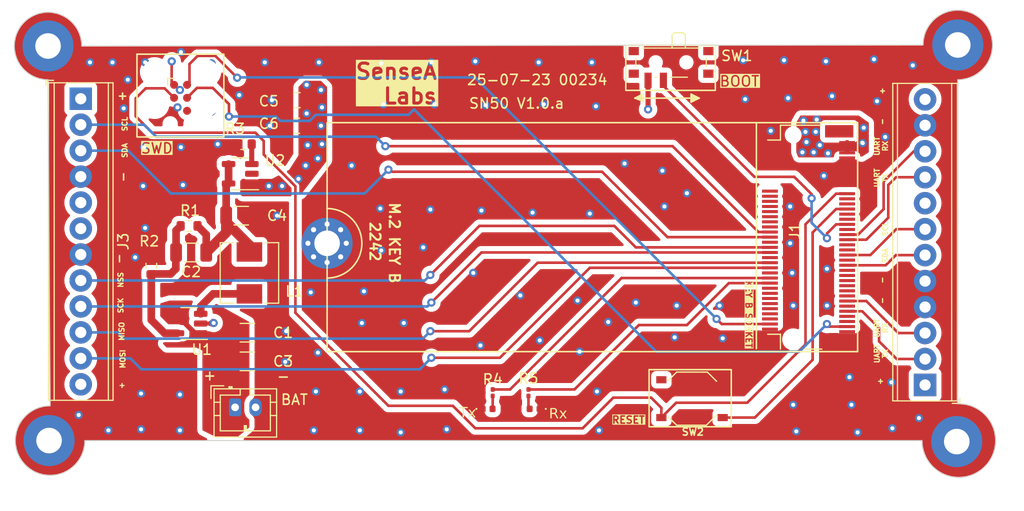
<source format=kicad_pcb>
(kicad_pcb (version 20221018) (generator pcbnew)
  (layers (0 "F.Cu" signal) (1 "In1.Cu" power) (2 "In2.Cu" power) (31 "B.Cu" signal) (34 "B.Paste" user) (35 "F.Paste" user) (36 "B.SilkS" user "B.Silkscreen") (37 "F.SilkS" user "F.Silkscreen") (38 "B.Mask" user) (39 "F.Mask" user) (44 "Edge.Cuts" user))
  (net 0 "")
  (net 1 "VBAT")
  (net 2 "GND")
  (net 3 "STEP_DOWN_O")
  (net 4 "/FB")
  (net 5 "+3.3V")
  (net 6 "Net-(D1-A)")
  (net 7 "Net-(D2-A)")
  (net 8 "ADC1_IN1")
  (net 9 "NRST")
  (net 10 "ADC1_IN2")
  (net 12 "RESET sx")
  (net 13 "ADC1_IN3")
  (net 15 "ADC1_IN4")
  (net 16 "BOOT0")
  (net 17 "I2C2_SCL")
  (net 18 "UART4_RX")
  (net 19 "SPI2_NSS")
  (net 21 "SPI2_SCK")
  (net 22 "I2C1_SCL")
  (net 23 "SPI2_MISO")
  (net 24 "I2C1_SDA")
  (net 25 "SPI2_MOSI")
  (net 27 "LED_TX")
  (net 28 "UART5_DE")
  (net 29 "LED_RX")
  (net 31 "TIM2_CH2")
  (net 32 "USART1_TX")
  (net 33 "USART1_RX")
  (net 34 "UART5_RX")
  (net 36 "USB_OTG_FS_-")
  (net 37 "UART5_TX")
  (net 38 "USB_OTG_FS_+")
  (net 39 "TIM2_CH1")
  (net 41 "SWDIO")
  (net 42 "SWCLK")
  (net 44 "Net-(U1-LX)")
  (net 45 "Net-(U2-ISET)")
  (net 46 "UART4_TX")
  (net 50 "I2C2_SDA")
  (footprint "Capacitor_SMD:C_1206_3216Metric" (layer "F.Cu") (at 92.3 156.65)
    (fp_text reference "C3")
    (fp_text value "4u7" hide)
  )
  (footprint "Resistor_SMD:R_0201_0603Metric" (layer "F.Cu") (at 116.3 159.72 90)
    (fp_text reference "R4")
    (fp_text value "200R" hide)
  )
  (footprint "Capacitor_SMD:C_0805_2012Metric" (layer "F.Cu") (at 97.2 131.1 180)
    (fp_text reference "C5")
    (fp_text value "100n" hide)
  )
  (footprint "Resistor_SMD:R_0603_1608Metric" (layer "F.Cu") (at 82.9 147.3 90)
    (fp_text reference "R2")
    (fp_text value "15k" hide)
  )
  (footprint "Package_TO_SOT_SMD:SOT-23-5" (layer "F.Cu") (at 86.6 152.95 180)
    (fp_text reference "U1")
    (fp_text value "RT8059" hide)
  )
  (footprint "MountingHole:MountingHole_2.5mm_Pad" (layer "F.Cu") (at 72.9 164.4)
    (fp_text reference "H4" hide)
    (fp_text value "MountingHole_Pad" hide)
  )
  (footprint "Capacitor_SMD:C_1206_3216Metric" (layer "F.Cu") (at 86.8 146 180)
    (fp_text reference "C2")
    (fp_text value "68p" hide)
  )
  (footprint "LED_SMD:LED_0402_1005Metric" (layer "F.Cu") (at 115.8 161.3)
    (fp_text reference "D1" hide)
    (fp_text value "Green" hide)
  )
  (footprint "MountingHole:MountingHole_2.5mm_Pad" (layer "F.Cu") (at 72.8 125.8)
    (fp_text reference "H5" hide)
    (fp_text value "MountingHole_Pad" hide)
  )
  (footprint "LED_SMD:LED_0402_1005Metric" (layer "F.Cu") (at 120.4 161.3 180)
    (fp_text reference "D2" hide)
    (fp_text value "Red" hide)
  )
  (footprint "Capacitor_SMD:C_1206_3216Metric" (layer "F.Cu") (at 91.7 142.4)
    (fp_text reference "C4")
    (fp_text value "10u" hide)
  )
  (footprint "Collins_Custom_Libs:M.2 Key B Socket" (layer "F.Cu") (at 145.7 144.5 -90)
    (fp_text reference "J1")
    (fp_text value "M.2 Key B Socket")
  )
  (footprint "MountingHole:MountingHole_2.5mm_Pad" (layer "F.Cu") (at 161.8 125.7)
    (fp_text reference "H3" hide)
    (fp_text value "MountingHole_Pad" hide)
  )
  (footprint "Resistor_SMD:R_0603_1608Metric" (layer "F.Cu") (at 91.9 135.4 180)
    (fp_text reference "R3")
    (fp_text value "6k8" hide)
  )
  (footprint "Button_Switch_SMD:SW_SPDT_PCM12" (layer "F.Cu") (at 133.75 127.73 180)
    (fp_text reference "SW1")
    (fp_text value "SW_SPDT")
  )
  (footprint "Connector_JST:JST_PH_B2B-PH-K_1x02_P2.00mm_Vertical" (layer "F.Cu") (at 91.1 161.15)
    (fp_text reference "J2" hide)
    (fp_text value "BAT")
  )
  (footprint "Capacitor_SMD:C_1206_3216Metric" (layer "F.Cu") (at 92.3 153.85)
    (fp_text reference "C1")
    (fp_text value "100n" hide)
  )
  (footprint "Package_TO_SOT_SMD:SOT-23-5" (layer "F.Cu") (at 91.6 138.3 180)
    (fp_text reference "U2")
    (fp_text value "~" hide)
  )
  (footprint "Capacitor_SMD:C_0805_2012Metric" (layer "F.Cu") (at 97.15 133.6 180)
    (fp_text reference "C6")
    (fp_text value "10u" hide)
  )
  (footprint "Connector:Tag-Connect_TC2030-IDC-FP_2x03_P1.27mm_Vertical" (layer "F.Cu") (at 85.765 130.87 -90)
    (fp_text reference "J4" hide)
    (fp_text value "Conn_ARM_SWD_TagConnect_TC2030" hide)
  )
  (footprint "MountingHole:MountingHole_2.5mm_Pad" (layer "F.Cu") (at 161.7 164.5)
    (fp_text reference "H2" hide)
    (fp_text value "MountingHole_Pad" hide)
  )
  (footprint "Collins_Custom_Libs:SW4-SMD-5.2X5.2X1.5MM" (layer "F.Cu") (at 135.8 160.3 180)
    (fp_text reference "SW2")
    (fp_text value "SMD-BUTTON")
  )
  (footprint "Inductor_SMD:L_Sunlord_MWSA0503S" (layer "F.Cu") (at 92.5 148 90)
    (fp_text reference "L1")
    (fp_text value "2u2" hide)
  )
  (footprint "TerminalBlock_Phoenix:TerminalBlock_Phoenix_MPT-0,5-12-2.54_1x12_P2.54mm_Horizontal" (layer "F.Cu") (at 158.6 158.96 90)
    (fp_text reference "J6" hide)
    (fp_text value "Screw_Terminal_01x12")
  )
  (footprint "Resistor_SMD:R_0201_0603Metric" (layer "F.Cu") (at 119.8 159.72 90)
    (fp_text reference "R5")
    (fp_text value "200R" hide)
  )
  (footprint "Resistor_SMD:R_0603_1608Metric" (layer "F.Cu") (at 86.6 143.4 180)
    (fp_text reference "R1")
    (fp_text value "68k" hide)
  )
  (footprint "MountingHole:MountingHole_2.5mm_Pad_Via" (layer "F.Cu") (at 100.1 145.1)
    (fp_text reference "H1" hide)
    (fp_text value "MountingHole_Pad" hide)
  )
  (footprint "TerminalBlock_Phoenix:TerminalBlock_Phoenix_MPT-0,5-12-2.54_1x12_P2.54mm_Horizontal" (layer "F.Cu") (at 76 130.96 -90)
    (fp_text reference "J3")
    (fp_text value "Screw_Terminal_01x12")
  )
  (gr_poly (pts (xy 130.2 130.9) (xy 131 130.5) (xy 131 131.2)) (stroke (width 0.15)) (fill solid) (layer "F.SilkS"))
  (gr_rect (start 131.6 157.46) (end 139.64 163.05) (stroke (width 0.15)) (fill none) (layer "F.SilkS"))
  (gr_line locked (start 142.1 133.3) (end 100.1 133.3) (stroke (width 0.15)) (layer "F.SilkS"))
  (gr_line (start 142.1 155.4) (end 142.1 133.3) (stroke (width 0.15)) (layer "F.SilkS"))
  (gr_line locked (start 152 133.3) (end 152 155.7) (stroke (width 0.15)) (layer "F.SilkS"))
  (gr_rect (start 129.32 125.74) (end 138.08 130.14) (stroke (width 0.15)) (fill none) (layer "F.SilkS"))
  (gr_line locked (start 100.1 133.3) (end 100.1 155.7) (stroke (width 0.15)) (layer "F.SilkS"))
  (gr_line locked (start 100.1 155.7) (end 142.3 155.7) (stroke (width 0.15)) (layer "F.SilkS"))
  (gr_line (start 130.2 130.9) (end 136.5 130.9) (stroke (width 0.15)) (layer "F.SilkS"))
  (gr_rect (start 81.5 126.6) (end 90 134.7) (stroke (width 0.15)) (fill none) (layer "F.SilkS"))
  (gr_line locked (start 152 155.7) (end 142.3 155.7) (stroke (width 0.15)) (layer "F.SilkS"))
  (gr_line locked (start 142.1 133.3) (end 152 133.3) (stroke (width 0.15)) (layer "F.SilkS"))
  (gr_poly (pts (xy 136.5 130.9) (xy 135.7 130.5) (xy 135.7 131.3)) (stroke (width 0.15)) (fill solid) (layer "F.SilkS"))
  (gr_arc (start 100.1 141.7) (mid 103.5 145.1) (end 100.1 148.5) (stroke (width 0.15)) (layer "F.SilkS"))
  (gr_arc (start 76.4 164.4) (mid 70.595837 166.804163) (end 73 161) (stroke (width 0.1)) (layer "Edge.Cuts"))
  (gr_line (start 73 161) (end 72.8 129.1) (stroke (width 0.1)) (layer "Edge.Cuts"))
  (gr_line (start 76.1 125.8) (end 158.4 125.7) (stroke (width 0.1)) (layer "Edge.Cuts"))
  (gr_arc (start 72.8 129.1) (mid 70.466548 123.466548) (end 76.1 125.8) (stroke (width 0.1)) (layer "Edge.Cuts"))
  (gr_line (start 161.8 129.1) (end 161.787555 160.801757) (stroke (width 0.1)) (layer "Edge.Cuts"))
  (gr_line (start 119.5 164.4) (end 76.4 164.4) (stroke (width 0.1)) (layer "Edge.Cuts"))
  (gr_arc (start 161.787555 160.801757) (mid 164.485034 166.905513) (end 158.3 164.4) (stroke (width 0.1)) (layer "Edge.Cuts"))
  (gr_arc (start 158.4 125.7) (mid 164.204163 123.295837) (end 161.8 129.1) (stroke (width 0.1)) (layer "Edge.Cuts"))
  (gr_line (start 158.3 164.4) (end 119.5 164.4) (stroke (width 0.1)) (layer "Edge.Cuts"))
  (gr_text "M.2 KEY B" (at 106.1 141 270) (layer "F.SilkS") (effects (font (size 1 1) (thickness 0.2) bold) (justify left bottom)))
  (gr_text "SenseA\nLabs" (at 111 129.5) (layer "F.SilkS" knockout) (effects (font (size 1.5 1.5) (thickness 0.3) bold) (justify right)))
  (gr_text "+\n" (at 154.5 158.6 90) (layer "F.SilkS") (effects (font (size 0.5 0.5) (thickness 0.12) bold) (justify bottom)))
  (gr_text "+" (at 80.3 159.4 90) (layer "F.SilkS") (effects (font (size 0.5 0.5) (thickness 0.12) bold) (justify left bottom)))
  (gr_text "UART\nTX\n" (at 155 138.7 90) (layer "F.SilkS") (effects (font (size 0.5 0.5) (thickness 0.12) bold) (justify bottom)))
  (gr_text "-" (at 80.6 139.2 90) (layer "F.SilkS") (effects (font (size 0.8 0.8)) (justify left bottom)))
  (gr_text "UART\nTX" (at 155 155.9 90) (layer "F.SilkS") (effects (font (size 0.5 0.5) (thickness 0.12) bold) (justify bottom)))
  (gr_text "KEY B SOCKET" (at 141 148.67 270) (layer "F.SilkS" knockout) (effects (font (size 0.6 0.6) (thickness 0.13) bold) (justify left bottom)))
  (gr_text "RESET" (at 127.89 162.79) (layer "F.SilkS" knockout) (effects (font (size 0.7 0.7)) (justify left bottom)))
  (gr_text "UART\nRX" (at 155 153.4 90) (layer "F.SilkS") (effects (font (size 0.5 0.5) (thickness 0.12) bold) (justify bottom)))
  (gr_text "NSS\n" (at 80.2 149.5 90) (layer "F.SilkS") (effects (font (size 0.5 0.5) (thickness 0.12) bold) (justify left bottom)))
  (gr_text "UART\nRX\n" (at 155 135.6 90) (layer "F.SilkS") (effects (font (size 0.5 0.5) (thickness 0.12) bold) (justify bottom)))
  (gr_text "SDA\n" (at 80.6 136.8 90) (layer "F.SilkS") (effects (font (size 0.5 0.5) (thickness 0.12) bold) (justify left bottom)))
  (gr_text "-" (at 154.7 133.2 90) (layer "F.SilkS") (effects (font (size 0.5 0.5) (thickness 0.12) bold) (justify bottom)))
  (gr_text "SDA" (at 155 146.3 90) (layer "F.SilkS") (effects (font (size 0.5 0.5) (thickness 0.12) bold) (justify bottom)))
  (gr_text "Tx" (at 113 162.3) (layer "F.SilkS") (effects (font (size 1 1)) (justify left bottom)))
  (gr_text "SN50 V1.0.a" (at 113.9 132) (layer "F.SilkS") (effects (font (size 1 1)) (justify left bottom)))
  (gr_text "-" (at 80.2 147.2 90) (layer "F.SilkS") (effects (font (size 0.8 0.8)) (justify left bottom)))
  (gr_text "-" (at 154.7 148.7 90) (layer "F.SilkS") (effects (font (size 0.5 0.5) (thickness 0.12) bold) (justify bottom)))
  (gr_text "MISO\n" (at 80.3 154.7 90) (layer "F.SilkS") (effects (font (size 0.5 0.5) (thickness 0.12) bold) (justify left bottom)))
  (gr_text "+" (at 87.9 158.6) (layer "F.SilkS") (effects (font (size 1 1)) (justify left bottom)))
  (gr_text "-" (at 154.7 150.7 90) (layer "F.SilkS") (effects (font (size 0.5 0.5) (thickness 0.12) bold) (justify bottom)))
  (gr_text "+" (at 80.5 131.3 90) (layer "F.SilkS") (effects (font (size 0.8 0.8)) (justify left bottom)))
  (gr_text "SWD" (at 81.8 136.4) (layer "F.SilkS" knockout) (effects (font (size 1 1)) (justify left bottom)))
  (gr_text "MOSI" (at 80.4 157.4 90) (layer "F.SilkS") (effects (font (size 0.5 0.5) (thickness 0.12) bold) (justify left bottom)))
  (gr_text "BOOT" (at 138.41 129.84) (layer "F.SilkS" knockout) (effects (font (size 1 1)) (justify left bottom)))
  (gr_text "+" (at 154.7 130.2 90) (layer "F.SilkS") (effects (font (size 0.5 0.5) (thickness 0.12) bold) (justify bottom)))
  (gr_text "SCL" (at 155 143.7 90) (layer "F.SilkS") (effects (font (size 0.5 0.5) (thickness 0.12) bold) (justify bottom)))
  (gr_text "Rx\n" (at 121.8 162.4) (layer "F.SilkS") (effects (font (size 1 1)) (justify left bottom)))
  (gr_text "SCK\n" (at 80.2 152 90) (layer "F.SilkS") (effects (font (size 0.5 0.5) (thickness 0.12) bold) (justify left bottom)))
  (gr_text "SCL" (at 80.6 134.2 90) (layer "F.SilkS") (effects (font (size 0.5 0.5) (thickness 0.12) bold) (justify left bottom)))
  (gr_text "-" (at 95.1 158.7) (layer "F.SilkS") (effects (font (size 1 1)) (justify left bottom)))
  (gr_text "25-07-23 00234" (at 113.7 129.7) (layer "F.SilkS") (effects (font (size 1 1)) (justify left bottom)))
  (gr_text "2242" (at 104.2 142.9 270) (layer "F.SilkS") (effects (font (size 1 1) (thickness 0.2) bold) (justify left bottom)))
  (segment (start 87.176472 153.9) (end 87.7375 153.9) (width 0.5) (layer "F.Cu") (net 1))
  (segment (start 85.4625 152.186028) (end 87.176472 153.9) (width 0.5) (layer "F.Cu") (net 1))
  (segment (start 85.4625 152) (end 85.4625 152.186028) (width 0.5) (layer "F.Cu") (net 1))
  (segment (start 93.175 142.4) (end 95.2 142.4) (width 0.75) (layer "F.Cu") (net 2))
  (segment (start 93.775 156.65) (end 95.95 156.65) (width 0.75) (layer "F.Cu") (net 2))
  (segment (start 85.130001 132.14) (end 85.465001 131.805) (width 0.254) (layer "F.Cu") (net 2))
  (segment (start 81.3 146.5) (end 81.325 146.475) (width 0.75) (layer "F.Cu") (net 2))
  (segment (start 95.95 153.85) (end 96.1 153.7) (width 0.75) (layer "F.Cu") (net 2))
  (segment (start 85.13 132.14) (end 85.130001 132.14) (width 0.254) (layer "F.Cu") (net 2))
  (segment (start 93.775 153.85) (end 95.95 153.85) (width 0.75) (layer "F.Cu") (net 2))
  (segment (start 82.9 146.475) (end 81.325 146.475) (width 0.75) (layer "F.Cu") (net 2))
  (segment (start 91.075 135.4) (end 89.4 135.4) (width 0.75) (layer "F.Cu") (net 2))
  (segment (start 96.25 131.1) (end 94.7 131.1) (width 0.75) (layer "F.Cu") (net 2))
  (segment (start 95.95 156.65) (end 96 156.7) (width 0.75) (layer "F.Cu") (net 2))
  (segment (start 88.95 152.95) (end 89 152.9) (width 0.254) (layer "F.Cu") (net 2))
  (segment (start 87.7375 152.95) (end 88.95 152.95) (width 0.254) (layer "F.Cu") (net 2))
  (segment (start 96.2 133.6) (end 94.5 133.6) (width 0.75) (layer "F.Cu") (net 2))
  (via (at 132.9 138) (size 0.8) (drill 0.4) (layers "F.Cu" "B.Cu") (net 2))
  (via (at 99.2 155.8) (size 0.8) (drill 0.4) (layers "F.Cu" "B.Cu") (net 2))
  (via (at 143.5 134.1) (size 0.8) (drill 0.4) (layers "F.Cu" "B.Cu") (net 2))
  (via (at 81.325 146.475) (size 0.8) (drill 0.4) (layers "F.Cu" "B.Cu") (net 2))
  (via (at 107.3 163.6) (size 0.8) (drill 0.4) (layers "F.Cu" "B.Cu") (net 2))
  (via (at 126 127.4) (size 0.8) (drill 0.4) (layers "F.Cu" "B.Cu") (net 2))
  (via (at 80.2 131.9) (size 0.8) (drill 0.4) (layers "F.Cu" "B.Cu") (net 2))
  (via (at 155.3 158.7) (size 0.8) (drill 0.4) (layers "F.Cu" "B.Cu") (net 2))
  (via (at 120.9 154.6) (size 0.8) (drill 0.4) (layers "F.Cu" "B.Cu") (net 2))
  (via (at 103.3 163.4) (size 0.8) (drill 0.4) (layers "F.Cu" "B.Cu") (net 2))
  (via (at 115.1 155.1) (size 0.8) (drill 0.4) (layers "F.Cu" "B.Cu") (net 2))
  (via (at 148.7 138.5) (size 0.8) (drill 0.4) (layers "F.Cu" "B.Cu") (net 2))
  (via (at 126.5 159.6) (size 0.8) (drill 0.4) (layers "F.Cu" "B.Cu") (net 2))
  (via (at 135.3 140.2) (size 0.8) (drill 0.4) (layers "F.Cu" "B.Cu") (net 2))
  (via (at 105.4 127.5) (size 0.8) (drill 0.4) (layers "F.Cu" "B.Cu") (net 2))
  (via (at 110.3 127.4) (size 0.8) (drill 0.4) (layers "F.Cu" "B.Cu") (net 2))
  (via (at 134.1 154.3) (size 0.8) (drill 0.4) (layers "F.Cu" "B.Cu") (net 2))
  (via (at 146 163.5) (size 0.8) (drill 0.4) (layers "F.Cu" "B.Cu") (net 2))
  (via (at 133.1 141.5) (size 0.8) (drill 0.4) (layers "F.Cu" "B.Cu") (net 2))
  (via (at 124.6 150.7) (size 0.8) (drill 0.4) (layers "F.Cu" "B.Cu") (net 2))
  (via (at 145.2 130.9) (size 0.8) (drill 0.4) (layers "F.Cu" "B.Cu") (net 2))
  (via (at 98.8 163.4) (size 0.8) (drill 0.4) (layers "F.Cu" "B.Cu") (net 2))
  (via (at 88.8 132.2) (size 0.8) (drill 0.4) (layers "F.Cu" "B.Cu") (net 2))
  (via (at 149.5 130.7) (size 0.8) (drill 0.4) (layers "F.Cu" "B.Cu") (net 2))
  (via (at 103.3 159.6) (size 0.8) (drill 0.4) (layers "F.Cu" "B.Cu") (net 2))
  (via (at 75.8 161.9) (size 0.8) (drill 0.4) (layers "F.Cu" "B.Cu") (net 2))
  (via (at 107.3 159.6) (size 0.8) (drill 0.4) (layers "F.Cu" "B.Cu") (net 2))
  (via (at 149 147.6) (size 0.8) (drill 0.4) (layers "F.Cu" "B.Cu") (net 2))
  (via (at 85.7 130.1) (size 0.8) (drill 0.4) (layers "F.Cu" "B.Cu") (net 2))
  (via (at 129.2 137.3) (size 0.8) (drill 0.4) (layers "F.Cu" "B.Cu") (net 2))
  (via (at 140.8 127.2) (size 0.8) (drill 0.4) (layers "F.Cu" "B.Cu") (net 2))
  (via (at 91.5 130.6) (size 0.8) (drill 0.4) (layers "F.Cu" "B.Cu") (net 2))
  (via (at 130.3 150.9) (size 0.8) (drill 0.4) (layers "F.Cu" "B.Cu") (net 2))
  (via (at 103.7 149.8) (size 0.8) (drill 0.4) (layers "F.Cu" "B.Cu") (net 2))
  (via (at 111.6 159.4) (size 0.8) (drill 0.4) (layers "F.Cu" "B.Cu") (net 2))
  (via (at 85.7 159.9) (size 0.8) (drill 0.4) (layers "F.Cu" "B.Cu") (net 2))
  (via (at 99.3 127.4) (size 0.8) (drill 0.4) (layers "F.Cu" "B.Cu") (net 2))
  (via (at 149 151.2) (size 0.8) (drill 0.4) (layers "F.Cu" "B.Cu") (net 2))
  (via (at 96 156.7) (size 0.8) (drill 0.4) (layers "F.Cu" "B.Cu") (net 2))
  (via (at 151.4 160.9) (size 0.8) (drill 0.4) (layers "F.Cu" "B.Cu") (net 2))
  (via (at 120.2 142.1) (size 0.8) (drill 0.4) (layers "F.Cu" "B.Cu") (net 2))
  (via (at 105.6 131.5) (size 0.8) (drill 0.4) (layers "F.Cu" "B.Cu") (net 2))
  (via (at 86 139.4) (size 0.8) (drill 0.4) (layers "F.Cu" "B.Cu") (net 2))
  (via (at 95.2 142.4) (size 0.8) (drill 0.4) (layers "F.Cu" "B.Cu") (net 2))
  (via (at 85.465001 131.805) (size 0.8) (drill 0.4) (layers "F.Cu" "B.Cu") (net 2))
  (via (at 127.6 152.8) (size 0.8) (drill 0.4) (layers "F.Cu" "B.Cu") (net 2))
  (via (at 79.1 127.4) (size 0.8) (drill 0.4) (layers "F.Cu" "B.Cu") (net 2))
  (via (at 110.6 131.5) (size 0.8) (drill 0.4) (layers "F.Cu" "B.Cu") (net 2))
  (via (at 85.8 135.7) (size 0.8) (drill 0.4) (layers "F.Cu" "B.Cu") (net 2))
  (via (at 105.4 145.8) (size 0.8) (drill 0.4) (layers "F.Cu" "B.Cu") (net 2))
  (via (at 119 150.2) (size 0.8) (drill 0.4) (layers "F.Cu" "B.Cu") (net 2))
  (via (at 111.8 163.3) (size 0.8) (drill 0.4) (layers "F.Cu" "B.Cu") (net 2))
  (via (at 152 163.6) (size 0.8) (drill 0.4) (layers "F.Cu" "B.Cu") (net 2))
  (via (at 82.1 139.5) (size 0.8) (drill 0.4) (layers "F.Cu" "B.Cu") (net 2))
  (via (at 109.5 145.5) (size 0.8) (drill 0.4) (layers "F.Cu" "B.Cu") (net 2))
  (via (at 81.9 163.3) (size 0.8) (drill 0.4) (layers "F.Cu" "B.Cu") (net 2))
  (via (at 153.6 127.1) (size 0.8) (drill 0.4) (layers "F.Cu" "B.Cu") (net 2))
  (via (at 145.6 148) (size 0.8) (drill 0.4) (layers "F.Cu" "B.Cu") (net 2))
  (via (at 107.6 152.9) (size 0.8) (drill 0.4) (layers "F.Cu" "B.Cu") (net 2))
  (via (at 82.2 135.7) (size 0.8) (drill 0.4) (layers "F.Cu" "B.Cu") (net 2))
  (via (at 85.7 163.4) (size 0.8) (drill 0.4) (layers "F.Cu" "B.Cu") (net 2))
  (via (at 80.6 129.1) (size 0.8) (drill 0.4) (layers "F.Cu" "B.Cu") (net 2))
  (via (at 153.9 131.2) (size 0.8) (drill 0.4) (layers "F.Cu" "B.Cu") (net 2))
  (via (at 134.3 151.2) (size 0.8) (drill 0.4) (layers "F.Cu" "B.Cu") (net 2))
  (via (at 124.8 155.7) (size 0.8) (drill 0.4) (layers "F.Cu" "B.Cu") (net 2))
  (via (at 158 162.2) (size 0.8) (drill 0.4) (layers "F.Cu" "B.Cu") (net 2))
  (via (at 145.4 141.5) (size 0.8) (drill 0.4) (layers "F.Cu" "B.Cu") (net 2))
  (via (at 99 159.6) (size 0.8) (drill 0.4) (layers "F.Cu" "B.Cu") (net 2))
  (via (at 81.9 159.8) (size 0.8) (drill 0.4) (layers "F.Cu" "B.Cu") (net 2))
  (via (at 94.5 133.6) (size 0.8) (drill 0.4) (layers "F.Cu" "B.Cu") (net 2))
  (via (at 126.7 163.4) (size 0.8) (drill 0.4) (layers "F.Cu" "B.Cu") (net 2))
  (via (at 88.8 127.5) (size 0.8) (drill 0.4) (layers "F.Cu" "B.Cu") (net 2))
  (via (at 154.7 134.7) (size 0.8) (drill 0.4) (layers "F.Cu" "B.Cu") (net 2))
  (via (at 145.7 151.2) (size 0.8) (drill 0.4) (layers "F.Cu" "B.Cu") (net 2))
  (via (at 94 127.4) (size 0.8) (drill 0.4) (layers "F.Cu" "B.Cu") (net 2))
  (via (at 94.7 131.1) (size 0.8) (drill 0.4) (layers "F.Cu" "B.Cu") (net 2))
  (via (at 138.8 154.4) (size 0.8) (drill 0.4) (layers "F.Cu" "B.Cu") (net 2))
  (via (at 120.8 127.4) (size 0.8) (drill 0.4) (layers "F.Cu" "B.Cu") (net 2))
  (via (at 115.6 131.6) (size 0.8) (drill 0.4) (layers "F.Cu" "B.Cu") (net 2))
  (via (at 102.5 137.5) (size 0.8) (drill 0.4) (layers "F.Cu" "B.Cu") (net 2))
  (via (at 103.5 152.9) (size 0.8) (drill 0.4) (layers "F.Cu" "B.Cu") (net 2))
  (via (at 115.2 141.9) (size 0.8) (drill 0.4) (layers "F.Cu" "B.Cu") (net 2))
  (via (at 125.8 142.2) (size 0.8) (drill 0.4) (layers "F.Cu" "B.Cu") (net 2))
  (via (at 98.5 149.9) (size 0.8) (drill 0.4) (layers "F.Cu" "B.Cu") (net 2))
  (via (at 89.4 135.4) (size 0.8) (drill 0.4) (layers "F.Cu" "B.Cu") (net 2))
  (via (at 157.4 127.7) (size 0.8) (drill 0.4) (layers "F.Cu" "B.Cu") (net 2))
  (via (at 121.3 131.5) (size 0.8) (drill 0.4) (layers "F.Cu" "B.Cu") (net 2))
  (via (at 151.2 158.2) (size 0.8) (drill 0.4) (layers "F.Cu" "B.Cu") (net 2))
  (via (at 155.4 163.2) (size 0.8) (drill 0.4) (layers "F.Cu" "B.Cu") (net 2))
  (via (at 144.8 127.2) (size 0.8) (drill 0.4) (layers "F.Cu" "B.Cu") (net 2))
  (via (at 82.3 143.6) (size 0.8) (drill 0.4) (layers "F.Cu" "B.Cu") (net 2))
  (via (at 89 152.9) (size 0.8) (drill 0.4) (layers "F.Cu" "B.Cu") (net 2))
  (via (at 82.3 127.4) (size 0.8) (drill 0.4) (layers "F.Cu" "B.Cu") (net 2))
  (via (at 105.3 141.7) (size 0.8) (drill 0.4) (layers "F.Cu" "B.Cu") (net 2))
  (via (at 96.1 153.7) (size 0.8) (drill 0.4) (layers "F.Cu" "B.Cu") (net 2))
  (via (at 114.4 148) (size 0.8) (drill 0.4) (layers "F.Cu" "B.Cu") (net 2))
  (via (at 78.7 163.4) (size 0.8) (drill 0.4) (layers "F.Cu" "B.Cu") (net 2))
  (via (at 145.4 145.1) (size 0.8) (drill 0.4) (layers "F.Cu" "B.Cu") (net 2))
  (via (at 138.5 151.2) (size 0.8) (drill 0.4) (layers "F.Cu" "B.Cu") (net 2))
  (via (at 114.6 127.3) (size 0.8) (drill 0.4) (layers "F.Cu" "B.Cu") (net 2))
  (via (at 110.2 141.8) (size 0.8) (drill 0.4) (layers "F.Cu" "B.Cu") (net 2))
  (via (at 148.9 127.3) (size 0.8) (drill 0.4) (layers "F.Cu" "B.Cu") (net 2))
  (via (at 85.8 126.4) (size 0.8) (drill 0.4) (layers "F.Cu" "B.Cu") (net 2))
  (via (at 145.7 160.9) (size 0.8) (drill 0.4) (layers "F.Cu" "B.Cu") (net 2))
  (via (at 76.9 127.4) (size 0.8) (drill 0.4) (layers "F.Cu" "B.Cu") (net 2))
  (via (at 126.4 131.7) (size 0.8) (drill 0.4) (layers "F.Cu" "B.Cu") (net 2))
  (via (at 141 131) (size 0.8) (drill 0.4) (layers "F.Cu" "B.Cu") (net 2))
  (segment (start 90.225 144.05) (end 88.275 146) (width 1) (layer "F.Cu") (net 3))
  (segment (start 90.4625 137.35) (end 90.4625 139.25) (width 0.75) (layer "F.Cu") (net 3))
  (segment (start 90.225 142.4) (end 90.225 139.4875) (width 0.75) (layer "F.Cu") (net 3))
  (segment (start 88.275 144.25) (end 87.425 143.4) (width 0.75) (layer "F.Cu") (net 3))
  (segment (start 88.275 146) (end 88.275 144.25) (width 0.75) (layer "F.Cu") (net 3))
  (segment (start 90.225 143.025) (end 90.225 142.4) (width 1) (layer "F.Cu") (net 3))
  (segment (start 90.225 142.4) (end 90.225 144.05) (width 1) (layer "F.Cu") (net 3))
  (segment (start 92.5 145.3) (end 90.225 143.025) (width 1) (layer "F.Cu") (net 3))
  (segment (start 92.5 145.95) (end 92.5 145.3) (width 1) (layer "F.Cu") (net 3))
  (segment (start 90.225 139.4875) (end 90.4625 139.25) (width 0.75) (layer "F.Cu") (net 3))
  (segment (start 85.3 146.025) (end 85.3 147.6) (width 0.75) (layer "F.Cu") (net 4))
  (segment (start 85.3 147.6) (end 84.8 148.1) (width 0.75) (layer "F.Cu") (net 4))
  (segment (start 82.9 152.6) (end 82.9 148.125) (width 0.75) (layer "F.Cu") (net 4))
  (segment (start 85.4625 153.9) (end 84.2 153.9) (width 0.75) (layer "F.Cu") (net 4))
  (segment (start 85.325 146) (end 85.325 143.85) (width 0.75) (layer "F.Cu") (net 4))
  (segment (start 84.8 148.1) (end 82.925 148.1) (width 0.75) (layer "F.Cu") (net 4))
  (segment (start 84.2 153.9) (end 82.9 152.6) (width 0.75) (layer "F.Cu") (net 4))
  (segment (start 82.925 148.1) (end 82.9 148.125) (width 0.75) (layer "F.Cu") (net 4))
  (segment (start 85.325 143.85) (end 85.775 143.4) (width 0.75) (layer "F.Cu") (net 4))
  (segment (start 85.325 146) (end 85.3 146.025) (width 0.75) (layer "F.Cu") (net 4))
  (segment (start 98.15 133.55) (end 98.1 133.6) (width 0.75) (layer "F.Cu") (net 5))
  (segment (start 131.5 129.16) (end 131.5 132) (width 0.5) (layer "F.Cu") (net 5))
  (segment (start 84.9 127.3) (end 84.8927 127.3073) (width 0.254) (layer "F.Cu") (net 5))
  (segment (start 150.975 135.25) (end 150.975 136.15) (width 0.5) (layer "F.Cu") (net 5))
  (segment (start 84.8927 129.3627) (end 85.13 129.6) (width 0.254) (layer "F.Cu") (net 5))
  (segment (start 84.8927 127.3073) (end 84.8927 129.3627) (width 0.254) (layer "F.Cu") (net 5))
  (via (at 152.5 135.3) (size 0.8) (drill 0.4) (layers "F.Cu" "B.Cu") (net 5))
  (via (at 99.6 135.4) (size 0.8) (drill 0.4) (layers "F.Cu" "B.Cu") (net 5))
  (via (at 99.5 130.1) (size 0.8) (drill 0.4) (layers "F.Cu" "B.Cu") (net 5))
  (via (at 84.9 127.3) (size 0.8) (drill 0.4) (layers "F.Cu" "B.Cu") (net 5))
  (via (at 97.3 138.8) (size 0.8) (drill 0.4) (layers "F.Cu" "B.Cu") (net 5))
  (via (at 148 133) (size 0.8) (drill 0.4) (layers "F.Cu" "B.Cu") (net 5))
  (via (at 98.2 135.5) (size 0.8) (drill 0.4) (layers "F.Cu" "B.Cu") (net 5))
  (via (at 99.6 131.8) (size 0.8) (drill 0.4) (layers "F.Cu" "B.Cu") (net 5))
  (via (at 147.9 134.2) (size 0.8) (drill 0.4) (layers "F.Cu" "B.Cu") (net 5))
  (via (at 152.6 133.8) (size 0.8) (drill 0.4) (layers "F.Cu" "B.Cu") (net 5))
  (via (at 98.1 132.4) (size 0.8) (drill 0.4) (layers "F.Cu" "B.Cu") (net 5))
  (via (at 99.2 136.8) (size 0.8) (drill 0.4) (layers "F.Cu" "B.Cu") (net 5))
  (via (at 95.7 139.5) (size 0.8) (drill 0.4) (layers "F.Cu" "B.Cu") (net 5))
  (via (at 146.7 133.1) (size 0.8) (drill 0.4) (layers "F.Cu" "B.Cu") (net 5))
  (via (at 98 137.5) (size 0.8) (drill 0.4) (layers "F.Cu" "B.Cu") (net 5))
  (via (at 149.1 136.3) (size 0.8) (drill 0.4) (layers "F.Cu" "B.Cu") (net 5))
  (via (at 147.7 136.2) (size 0.8) (drill 0.4) (layers "F.Cu" "B.Cu") (net 5))
  (via (at 147 135.2) (size 0.8) (drill 0.4) (layers "F.Cu" "B.Cu") (net 5))
  (via (at 98.1 129.6) (size 0.8) (drill 0.4) (layers "F.Cu" "B.Cu") (net 5))
  (via (at 131.5 132) (size 0.8) (drill 0.4) (layers "F.Cu" "B.Cu") (net 5))
  (via (at 99.5 133.6) (size 0.8) (drill 0.4) (layers "F.Cu" "B.Cu") (net 5))
  (via (at 148.3 135.5) (size 0.8) (drill 0.4) (layers "F.Cu" "B.Cu") (net 5))
  (via (at 146.9 134.2) (size 0.8) (drill 0.4) (layers "F.Cu" "B.Cu") (net 5))
  (via (at 94.4 139.5) (size 0.8) (drill 0.4) (layers "F.Cu" "B.Cu") (net 5))
  (via (at 146.6 136.2) (size 0.8) (drill 0.4) (layers "F.Cu" "B.Cu") (net 5))
  (segment (start 116.3 161.285) (end 116.285 161.3) (width 0.254) (layer "F.Cu") (net 6))
  (segment (start 116.3 160.04) (end 116.3 161.285) (width 0.254) (layer "F.Cu") (net 6))
  (segment (start 119.8 160.04) (end 119.8 161.185) (width 0.254) (layer "F.Cu") (net 7))
  (segment (start 119.8 161.185) (end 119.915 161.3) (width 0.254) (layer "F.Cu") (net 7))
  (segment (start 93.9 135.1) (end 93.0823 134.2823) (width 0.254) (layer "F.Cu") (net 9))
  (segment (start 141.2 160.7) (end 134.25 160.7) (width 0.254) (layer "F.Cu") (net 9))
  (segment (start 81.373 132.673706) (end 81.373 130.927) (width 0.254) (layer "F.Cu") (net 9))
  (segment (start 81.373 130.927) (end 82.35945 129.94055) (width 0.254) (layer "F.Cu") (net 9))
  (segment (start 114.6 163.2) (end 112.4 161) (width 0.254) (layer "F.Cu") (net 9))
  (segment (start 149.896 140.25) (end 146.902 143.244) (width 0.254) (layer "F.Cu") (net 9))
  (segment (start 93.9 136.414067) (end 93.9 135.1) (width 0.254) (layer "F.Cu") (net 9))
  (segment (start 150.975 140.25) (end 149.896 140.25) (width 0.254) (layer "F.Cu") (net 9))
  (segment (start 125.1 163.2) (end 114.6 163.2) (width 0.254) (layer "F.Cu") (net 9))
  (segment (start 82.35945 129.94055) (end 84.20055 129.94055) (width 0.254) (layer "F.Cu") (net 9))
  (segment (start 96.573 139.087067) (end 93.9 136.414067) (width 0.254) (layer "F.Cu") (net 9))
  (segment (start 132.8 161.2) (end 131.8 160.2) (width 0.254) (layer "F.Cu") (net 9))
  (segment (start 132.8 162.15) (end 132.8 161.2) (width 0.254) (layer "F.Cu") (net 9))
  (segment (start 82.981594 134.2823) (end 81.373 132.673706) (width 0.254) (layer "F.Cu") (net 9))
  (segment (start 96.998866 151.898866) (end 96.998866 139.527) (width 0.254) (layer "F.Cu") (net 9))
  (segment (start 128.1 160.2) (end 125.1 163.2) (width 0.254) (layer "F.Cu") (net 9))
  (segment (start 146.902 154.998) (end 141.2 160.7) (width 0.254) (layer "F.Cu") (net 9))
  (segment (start 93.0823 134.2823) (end 82.981594 134.2823) (width 0.254) (layer "F.Cu") (net 9))
  (segment (start 96.573 139.101134) (end 96.573 139.087067) (width 0.254) (layer "F.Cu") (net 9))
  (segment (start 134.25 160.7) (end 132.8 162.15) (width 0.254) (layer "F.Cu") (net 9))
  (segment (start 106.1 161) (end 96.998866 151.898866) (width 0.254) (layer "F.Cu") (net 9))
  (segment (start 131.8 160.2) (end 128.1 160.2) (width 0.254) (layer "F.Cu") (net 9))
  (segment (start 146.902 143.244) (end 146.902 154.998) (width 0.254) (layer "F.Cu") (net 9))
  (segment (start 96.998866 139.527) (end 96.573 139.101134) (width 0.254) (layer "F.Cu") (net 9))
  (segment (start 112.4 161) (end 106.1 161) (width 0.254) (layer "F.Cu") (net 9))
  (segment (start 84.20055 129.94055) (end 85.13 130.87) (width 0.254) (layer "F.Cu") (net 9))
  (segment (start 147.6 156.5) (end 141.95 162.15) (width 0.254) (layer "F.Cu") (net 12))
  (segment (start 141.95 162.15) (end 138.8 162.15) (width 0.254) (layer "F.Cu") (net 12))
  (segment (start 150.975 141.75) (end 149.896 141.75) (width 0.254) (layer "F.Cu") (net 12))
  (segment (start 149.896 141.75) (end 147.6 144.046) (width 0.254) (layer "F.Cu") (net 12))
  (segment (start 147.6 144.046) (end 147.6 156.5) (width 0.254) (layer "F.Cu") (net 12))
  (segment (start 149 144.6) (end 149 144.146) (width 0.254) (layer "F.Cu") (net 16))
  (segment (start 133 129.16) (end 133 129.7) (width 0.254) (layer "F.Cu") (net 16))
  (segment (start 141.9 138.6) (end 145.8 138.6) (width 0.254) (layer "F.Cu") (net 16))
  (segment (start 133 129.7) (end 141.7 138.4) (width 0.254) (layer "F.Cu") (net 16))
  (segment (start 149 144.146) (end 149.896 143.25) (width 0.254) (layer "F.Cu") (net 16))
  (segment (start 141.7 138.4) (end 141.9 138.6) (width 0.254) (layer "F.Cu") (net 16))
  (segment (start 149.896 143.25) (end 150.975 143.25) (width 0.254) (layer "F.Cu") (net 16))
  (segment (start 147.5 140.3) (end 147.5 140.7) (width 0.254) (layer "F.Cu") (net 16))
  (segment (start 145.8 138.6) (end 147.5 140.3) (width 0.254) (layer "F.Cu") (net 16))
  (via (at 147.5 140.7) (size 0.8) (drill 0.4) (layers "F.Cu" "B.Cu") (net 16))
  (via (at 149 144.6) (size 0.8) (drill 0.4) (layers "F.Cu" "B.Cu") (net 16))
  (segment (start 147.5 140.7) (end 147.5 143.1) (width 0.254) (layer "B.Cu") (net 16))
  (segment (start 147.5 143.1) (end 149 144.6) (width 0.254) (layer "B.Cu") (net 16))
  (segment (start 143.425 144) (end 142.3 144) (width 0.254) (layer "F.Cu") (net 17))
  (segment (start 106.6 135.6) (end 105.8 135.6) (width 0.254) (layer "F.Cu") (net 17))
  (segment (start 142.3 144) (end 133.9 135.6) (width 0.254) (layer "F.Cu") (net 17))
  (segment (start 133.9 135.6) (end 106.6 135.6) (width 0.254) (layer "F.Cu") (net 17))
  (via (at 105.8 135.6) (size 0.8) (drill 0.4) (layers "F.Cu" "B.Cu") (net 17))
  (segment (start 82.2 133.5) (end 76 133.5) (width 0.254) (layer "B.Cu") (net 17))
  (segment (start 105.8 135.6) (end 104.873 134.673) (width 0.254) (layer "B.Cu") (net 17))
  (segment (start 104.873 134.673) (end 83.373 134.673) (width 0.254) (layer "B.Cu") (net 17))
  (segment (start 83.373 134.673) (end 82.2 133.5) (width 0.254) (layer "B.Cu") (net 17))
  (segment (start 150.975 144.25) (end 152.054 144.25) (width 0.254) (layer "F.Cu") (net 18))
  (segment (start 154.546 139.054) (end 157.5 136.1) (width 0.254) (layer "F.Cu") (net 18))
  (segment (start 157.5 136.1) (end 158.6 136.1) (width 0.254) (layer "F.Cu") (net 18))
  (segment (start 152.054 144.25) (end 154.546 141.758) (width 0.254) (layer "F.Cu") (net 18))
  (segment (start 154.546 141.758) (end 154.546 139.054) (width 0.254) (layer "F.Cu") (net 18))
  (segment (start 115 143.4) (end 110.2 148.2) (width 0.254) (layer "F.Cu") (net 19))
  (segment (start 143.425 145.5) (end 130.3 145.5) (width 0.254) (layer "F.Cu") (net 19))
  (segment (start 130.3 145.5) (end 128.2 143.4) (width 0.254) (layer "F.Cu") (net 19))
  (segment (start 128.2 143.4) (end 115 143.4) (width 0.254) (layer "F.Cu") (net 19))
  (via (at 110.2 148.2) (size 0.8) (drill 0.4) (layers "F.Cu" "B.Cu") (net 19))
  (segment (start 109.66 148.74) (end 76 148.74) (width 0.254) (layer "B.Cu") (net 19))
  (segment (start 110.2 148.2) (end 109.66 148.74) (width 0.254) (layer "B.Cu") (net 19))
  (segment (start 143.425 146) (end 115.2 146) (width 0.254) (layer "F.Cu") (net 21))
  (segment (start 115.2 146) (end 110.3 150.9) (width 0.254) (layer "F.Cu") (net 21))
  (via (at 110.3 150.9) (size 0.8) (drill 0.4) (layers "F.Cu" "B.Cu") (net 21))
  (segment (start 110.3 150.9) (end 109.92 151.28) (width 0.254) (layer "B.Cu") (net 21))
  (segment (start 109.92 151.28) (end 76 151.28) (width 0.254) (layer "B.Cu") (net 21))
  (segment (start 155.78 143.72) (end 158.6 143.72) (width 0.254) (layer "F.Cu") (net 22))
  (segment (start 153.25 146.25) (end 155.78 143.72) (width 0.254) (layer "F.Cu") (net 22))
  (segment (start 150.975 146.25) (end 153.25 146.25) (width 0.254) (layer "F.Cu") (net 22))
  (segment (start 143.425 147) (end 120.7 147) (width 0.254) (layer "F.Cu") (net 23))
  (segment (start 114 153.7) (end 110.2 153.7) (width 0.254) (layer "F.Cu") (net 23))
  (segment (start 120.7 147) (end 114 153.7) (width 0.254) (layer "F.Cu") (net 23))
  (via (at 110.2 153.7) (size 0.8) (drill 0.4) (layers "F.Cu" "B.Cu") (net 23))
  (segment (start 109.473 154.427) (end 80.227 154.427) (width 0.254) (layer "B.Cu") (net 23))
  (segment (start 80.227 154.427) (end 79.62 153.82) (width 0.254) (layer "B.Cu") (net 23))
  (segment (start 110.2 153.7) (end 109.473 154.427) (width 0.254) (layer "B.Cu") (net 23))
  (segment (start 79.62 153.82) (end 76 153.82) (width 0.254) (layer "B.Cu") (net 23))
  (segment (start 155.74 146.26) (end 158.6 146.26) (width 0.254) (layer "F.Cu") (net 24))
  (segment (start 154.75 147.25) (end 155.74 146.26) (width 0.254) (layer "F.Cu") (net 24))
  (segment (start 150.975 147.25) (end 154.75 147.25) (width 0.254) (layer "F.Cu") (net 24))
  (segment (start 117 156.3) (end 110.3 156.3) (width 0.254) (layer "F.Cu") (net 25))
  (segment (start 125.8 147.5) (end 117 156.3) (width 0.254) (layer "F.Cu") (net 25))
  (segment (start 143.425 147.5) (end 125.8 147.5) (width 0.254) (layer "F.Cu") (net 25))
  (via (at 110.3 156.3) (size 0.8) (drill 0.4) (layers "F.Cu" "B.Cu") (net 25))
  (segment (start 81.927 157.427) (end 80.86 156.36) (width 0.254) (layer "B.Cu") (net 25))
  (segment (start 80.86 156.36) (end 76 156.36) (width 0.254) (layer "B.Cu") (net 25))
  (segment (start 110.3 156.3) (end 109.173 157.427) (width 0.254) (layer "B.Cu") (net 25))
  (segment (start 109.173 157.427) (end 81.927 157.427) (width 0.254) (layer "B.Cu") (net 25))
  (segment (start 118 159.4) (end 116.3 159.4) (width 0.254) (layer "F.Cu") (net 27))
  (segment (start 128.9 148.5) (end 118 159.4) (width 0.254) (layer "F.Cu") (net 27))
  (segment (start 143.425 148.5) (end 128.9 148.5) (width 0.254) (layer "F.Cu") (net 27))
  (segment (start 124.3 159.4) (end 119.8 159.4) (width 0.254) (layer "F.Cu") (net 29))
  (segment (start 135.3 153.1) (end 130.6 153.1) (width 0.254) (layer "F.Cu") (net 29))
  (segment (start 139.4 149) (end 135.3 153.1) (width 0.254) (layer "F.Cu") (net 29))
  (segment (start 143.425 149) (end 139.4 149) (width 0.254) (layer "F.Cu") (net 29))
  (segment (start 130.6 153.1) (end 124.3 159.4) (width 0.254) (layer "F.Cu") (net 29))
  (segment (start 155.98 153.88) (end 158.6 153.88) (width 0.254) (layer "F.Cu") (net 34))
  (segment (start 150.975 150.75) (end 152.85 150.75) (width 0.254) (layer "F.Cu") (net 34))
  (segment (start 152.85 150.75) (end 155.98 153.88) (width 0.254) (layer "F.Cu") (net 34))
  (segment (start 155.82 156.42) (end 158.6 156.42) (width 0.254) (layer "F.Cu") (net 37))
  (segment (start 152.45 151.75) (end 154.1 153.4) (width 0.254) (layer "F.Cu") (net 37))
  (segment (start 150.975 151.75) (end 152.45 151.75) (width 0.254) (layer "F.Cu") (net 37))
  (segment (start 154.1 153.4) (end 154.1 154.7) (width 0.254) (layer "F.Cu") (net 37))
  (segment (start 154.1 154.7) (end 155.82 156.42) (width 0.254) (layer "F.Cu") (net 37))
  (segment (start 87.43445 126.76555) (end 86.6373 127.5627) (width 0.254) (layer "F.Cu") (net 41))
  (segment (start 86.6373 129.3627) (end 86.4 129.6) (width 0.254) (layer "F.Cu") (net 41))
  (segment (start 86.6373 127.5627) (end 86.6373 129.3627) (width 0.254) (layer "F.Cu") (net 41))
  (segment (start 91.3 128.9) (end 89.16555 126.76555) (width 0.254) (layer "F.Cu") (net 41))
  (segment (start 143.425 153) (end 138.7 153) (width 0.254) (layer "F.Cu") (net 41))
  (segment (start 89.16555 126.76555) (end 87.43445 126.76555) (width 0.254) (layer "F.Cu") (net 41))
  (segment (start 138.7 153) (end 138.2 152.5) (width 0.254) (layer "F.Cu") (net 41))
  (via (at 138.2 152.5) (size 0.8) (drill 0.4) (layers "F.Cu" "B.Cu") (net 41))
  (via (at 91.3 128.9) (size 0.8) (drill 0.4) (layers "F.Cu" "B.Cu") (net 41))
  (segment (start 114.573 128.873) (end 91.327 128.873) (width 0.254) (layer "B.Cu") (net 41))
  (segment (start 91.327 128.873) (end 91.3 128.9) (width 0.254) (layer "B.Cu") (net 41))
  (segment (start 138.2 152.5) (end 114.573 128.873) (width 0.254) (layer "B.Cu") (net 41))
  (segment (start 90.5 132.7) (end 90.5 131.487534) (width 0.254) (layer "F.Cu") (net 42))
  (segment (start 149.25 153.25) (end 149 153) (width 0.254) (layer "F.Cu") (net 42))
  (segment (start 87.37 129.9) (end 86.4 130.87) (width 0.254) (layer "F.Cu") (net 42))
  (segment (start 90.5 131.487534) (end 88.912466 129.9) (width 0.254) (layer "F.Cu") (net 42))
  (segment (start 150.975 153.25) (end 149.25 153.25) (width 0.254) (layer "F.Cu") (net 42))
  (segment (start 88.912466 129.9) (end 87.37 129.9) (width 0.254) (layer "F.Cu") (net 42))
  (via (at 149 153) (size 0.8) (drill 0.4) (layers "F.Cu" "B.Cu") (net 42))
  (via (at 90.5 132.7) (size 0.8) (drill 0.4) (layers "F.Cu" "B.Cu") (net 42))
  (segment (start 108.6 132) (end 108.073 132.527) (width 0.254) (layer "B.Cu") (net 42))
  (segment (start 149 153) (end 146.298 155.702) (width 0.254) (layer "B.Cu") (net 42))
  (segment (start 146.298 155.702) (end 132.302 155.702) (width 0.254) (layer "B.Cu") (net 42))
  (segment (start 95.1 132.7) (end 90.5 132.7) (width 0.254) (layer "B.Cu") (net 42))
  (segment (start 95.527 133.127) (end 95.1 132.7) (width 0.254) (layer "B.Cu") (net 42))
  (segment (start 108.073 132.527) (end 99.001134 132.527) (width 0.254) (layer "B.Cu") (net 42))
  (segment (start 99.001134 132.527) (end 98.401134 133.127) (width 0.254) (layer "B.Cu") (net 42))
  (segment (start 132.302 155.702) (end 108.6 132) (width 0.254) (layer "B.Cu") (net 42))
  (segment (start 98.401134 133.127) (end 95.527 133.127) (width 0.254) (layer "B.Cu") (net 42))
  (segment (start 87.7375 152) (end 87.7375 151.2625) (width 0.75) (layer "F.Cu") (net 44))
  (segment (start 87.7375 151.2625) (end 88.95 150.05) (width 0.75) (layer "F.Cu") (net 44))
  (segment (start 88.95 150.05) (end 92.5 150.05) (width 0.75) (layer "F.Cu") (net 44))
  (segment (start 92.725 135.4) (end 92.725 137.3375) (width 0.5) (layer "F.Cu") (net 45))
  (segment (start 92.725 137.3375) (end 92.7375 137.35) (width 0.5) (layer "F.Cu") (net 45))
  (segment (start 150.975 144.75) (end 152.85 144.75) (width 0.254) (layer "F.Cu") (net 46))
  (segment (start 152.85 144.75) (end 155 142.6) (width 0.254) (layer "F.Cu") (net 46))
  (segment (start 155.76 138.64) (end 158.6 138.64) (width 0.254) (layer "F.Cu") (net 46))
  (segment (start 155 142.6) (end 155 139.4) (width 0.254) (layer "F.Cu") (net 46))
  (segment (start 155 139.4) (end 155.76 138.64) (width 0.254) (layer "F.Cu") (net 46))
  (segment (start 143.425 144.5) (end 133.4 144.5) (width 0.254) (layer "F.Cu") (net 50))
  (segment (start 127 138.1) (end 106.3 138.1) (width 0.254) (layer "F.Cu") (net 50))
  (segment (start 106.3 138.1) (end 106.1 137.9) (width 0.254) (layer "F.Cu") (net 50))
  (segment (start 133.4 144.5) (end 127 138.1) (width 0.254) (layer "F.Cu") (net 50))
  (via (at 106.1 137.9) (size 0.8) (drill 0.4) (layers "F.Cu" "B.Cu") (net 50))
  (segment (start 106.1 137.9) (end 103.773 140.227) (width 0.254) (layer "B.Cu") (net 50))
  (segment (start 84.827 140.227) (end 80.64 136.04) (width 0.254) (layer "B.Cu") (net 50))
  (segment (start 103.773 140.227) (end 84.827 140.227) (width 0.254) (layer "B.Cu") (net 50))
  (segment (start 80.64 136.04) (end 76 136.04) (width 0.254) (layer "B.Cu") (net 50))
  (zone locked (net 2) (net_name "GND") (layer "F.Cu") (priority 1) (connect_pads yes (clearance 0.5)) (min_thickness 0.25) (fill yes (thermal_gap 0.5) (thermal_bridge_width 0.5))
    (polygon (pts (xy 168.2 122.3) (xy 168.3 171.2) (xy 69.1 171.3) (xy 69.4 122.3)))
  )
  (zone (net 1) (net_name "VBAT") (layer "F.Cu") (priority 2) (connect_pads yes (clearance 0.5)) (min_thickness 0.25) (fill yes (thermal_gap 0.5) (thermal_bridge_width 0.5))
    (polygon (pts (xy 83.7 154.6) (xy 84.4 155.3) (xy 87.3 155.3) (xy 87.9 155.6) (xy 87.9 163.4) (xy 89.1 164) (xy 91.4 164) (xy 92.5 163.1) (xy 92.5 152.8) (xy 88.7 150.7) (xy 84.7 150.7) (xy 83.7 151)))
  )
  (zone (net 5) (net_name "+3.3V") (layer "F.Cu") (priority 2) (connect_pads yes (clearance 0.25)) (min_thickness 0.25) (fill yes (thermal_gap 0.25) (thermal_bridge_width 0.25))
    (polygon (pts (xy 91.6 140.3) (xy 91.8 140.5) (xy 97.4 140.5) (xy 100.1 137) (xy 100.1 129.8) (xy 99.5 129.2) (xy 97.9 129.2) (xy 97.3 129.8) (xy 97.3 136.5) (xy 96.4 137.9) (xy 94.7 138.8) (xy 91.8 138.8) (xy 91.6 139)))
  )
  (zone (net 5) (net_name "+3.3V") (layer "F.Cu") (priority 2) (connect_pads yes (clearance 0.5)) (min_thickness 0.25) (fill yes (thermal_gap 0.5) (thermal_bridge_width 0.5))
    (polygon (pts (xy 146.2 136.7) (xy 146 136.2) (xy 146 133.3) (xy 146.4 132.6) (xy 152.1 132.6) (xy 153.1 133.3) (xy 153.1 136.2) (xy 152.3 136.7)))
  )
)
</source>
